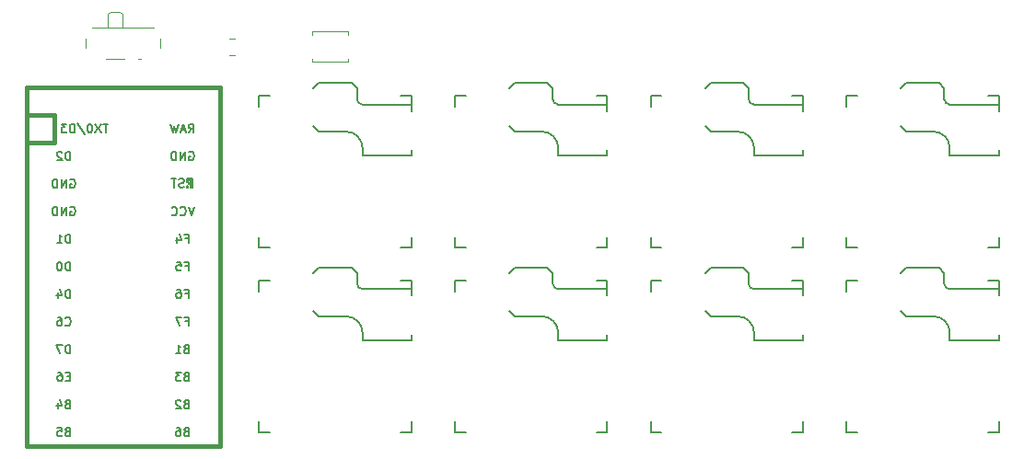
<source format=gbr>
%TF.GenerationSoftware,KiCad,Pcbnew,5.1.8*%
%TF.CreationDate,2021-02-04T11:55:25-06:00*%
%TF.ProjectId,small-paintbrush-hotswap,736d616c-6c2d-4706-9169-6e7462727573,rev?*%
%TF.SameCoordinates,Original*%
%TF.FileFunction,Legend,Bot*%
%TF.FilePolarity,Positive*%
%FSLAX46Y46*%
G04 Gerber Fmt 4.6, Leading zero omitted, Abs format (unit mm)*
G04 Created by KiCad (PCBNEW 5.1.8) date 2021-02-04 11:55:25*
%MOMM*%
%LPD*%
G01*
G04 APERTURE LIST*
%ADD10C,0.150000*%
%ADD11C,0.381000*%
%ADD12C,0.120000*%
G04 APERTURE END LIST*
D10*
%TO.C,KEY3*%
X135500000Y-32800000D02*
X135500000Y-33500000D01*
X135500000Y-33500000D02*
X140000000Y-33500000D01*
X134500000Y-26800000D02*
X135000000Y-27300000D01*
X135000000Y-28300000D02*
X135000000Y-27300000D01*
X140000000Y-28800000D02*
X135500000Y-28800000D01*
X131000000Y-30800000D02*
X131500000Y-31300000D01*
X140000000Y-29400000D02*
X140000000Y-28800000D01*
X131500000Y-31300000D02*
X134000000Y-31300000D01*
X131000000Y-27300000D02*
X131500000Y-26800000D01*
X131500000Y-26800000D02*
X134500000Y-26800000D01*
X140000000Y-33500000D02*
X140000000Y-33000000D01*
X126000000Y-28000000D02*
X127000000Y-28000000D01*
X126000000Y-29000000D02*
X126000000Y-28000000D01*
X140000000Y-28000000D02*
X140000000Y-29000000D01*
X139000000Y-28000000D02*
X140000000Y-28000000D01*
X140000000Y-41000000D02*
X140000000Y-42000000D01*
X140000000Y-42000000D02*
X139000000Y-42000000D01*
X126000000Y-42000000D02*
X126000000Y-41000000D01*
X127000000Y-42000000D02*
X126000000Y-42000000D01*
X134000000Y-31300000D02*
G75*
G02*
X135500000Y-32800000I0J-1500000D01*
G01*
X135500000Y-28800000D02*
G75*
G02*
X135000000Y-28300000I0J500000D01*
G01*
%TO.C,KEY8*%
X153500000Y-49800000D02*
X153500000Y-50500000D01*
X153500000Y-50500000D02*
X158000000Y-50500000D01*
X152500000Y-43800000D02*
X153000000Y-44300000D01*
X153000000Y-45300000D02*
X153000000Y-44300000D01*
X158000000Y-45800000D02*
X153500000Y-45800000D01*
X149000000Y-47800000D02*
X149500000Y-48300000D01*
X158000000Y-46400000D02*
X158000000Y-45800000D01*
X149500000Y-48300000D02*
X152000000Y-48300000D01*
X149000000Y-44300000D02*
X149500000Y-43800000D01*
X149500000Y-43800000D02*
X152500000Y-43800000D01*
X158000000Y-50500000D02*
X158000000Y-50000000D01*
X144000000Y-45000000D02*
X145000000Y-45000000D01*
X144000000Y-46000000D02*
X144000000Y-45000000D01*
X158000000Y-45000000D02*
X158000000Y-46000000D01*
X157000000Y-45000000D02*
X158000000Y-45000000D01*
X158000000Y-58000000D02*
X158000000Y-59000000D01*
X158000000Y-59000000D02*
X157000000Y-59000000D01*
X144000000Y-59000000D02*
X144000000Y-58000000D01*
X145000000Y-59000000D02*
X144000000Y-59000000D01*
X152000000Y-48300000D02*
G75*
G02*
X153500000Y-49800000I0J-1500000D01*
G01*
X153500000Y-45800000D02*
G75*
G02*
X153000000Y-45300000I0J500000D01*
G01*
%TO.C,KEY7*%
X135500000Y-49800000D02*
X135500000Y-50500000D01*
X135500000Y-50500000D02*
X140000000Y-50500000D01*
X134500000Y-43800000D02*
X135000000Y-44300000D01*
X135000000Y-45300000D02*
X135000000Y-44300000D01*
X140000000Y-45800000D02*
X135500000Y-45800000D01*
X131000000Y-47800000D02*
X131500000Y-48300000D01*
X140000000Y-46400000D02*
X140000000Y-45800000D01*
X131500000Y-48300000D02*
X134000000Y-48300000D01*
X131000000Y-44300000D02*
X131500000Y-43800000D01*
X131500000Y-43800000D02*
X134500000Y-43800000D01*
X140000000Y-50500000D02*
X140000000Y-50000000D01*
X126000000Y-45000000D02*
X127000000Y-45000000D01*
X126000000Y-46000000D02*
X126000000Y-45000000D01*
X140000000Y-45000000D02*
X140000000Y-46000000D01*
X139000000Y-45000000D02*
X140000000Y-45000000D01*
X140000000Y-58000000D02*
X140000000Y-59000000D01*
X140000000Y-59000000D02*
X139000000Y-59000000D01*
X126000000Y-59000000D02*
X126000000Y-58000000D01*
X127000000Y-59000000D02*
X126000000Y-59000000D01*
X134000000Y-48300000D02*
G75*
G02*
X135500000Y-49800000I0J-1500000D01*
G01*
X135500000Y-45800000D02*
G75*
G02*
X135000000Y-45300000I0J500000D01*
G01*
%TO.C,KEY6*%
X117500000Y-49800000D02*
X117500000Y-50500000D01*
X117500000Y-50500000D02*
X122000000Y-50500000D01*
X116500000Y-43800000D02*
X117000000Y-44300000D01*
X117000000Y-45300000D02*
X117000000Y-44300000D01*
X122000000Y-45800000D02*
X117500000Y-45800000D01*
X113000000Y-47800000D02*
X113500000Y-48300000D01*
X122000000Y-46400000D02*
X122000000Y-45800000D01*
X113500000Y-48300000D02*
X116000000Y-48300000D01*
X113000000Y-44300000D02*
X113500000Y-43800000D01*
X113500000Y-43800000D02*
X116500000Y-43800000D01*
X122000000Y-50500000D02*
X122000000Y-50000000D01*
X108000000Y-45000000D02*
X109000000Y-45000000D01*
X108000000Y-46000000D02*
X108000000Y-45000000D01*
X122000000Y-45000000D02*
X122000000Y-46000000D01*
X121000000Y-45000000D02*
X122000000Y-45000000D01*
X122000000Y-58000000D02*
X122000000Y-59000000D01*
X122000000Y-59000000D02*
X121000000Y-59000000D01*
X108000000Y-59000000D02*
X108000000Y-58000000D01*
X109000000Y-59000000D02*
X108000000Y-59000000D01*
X116000000Y-48300000D02*
G75*
G02*
X117500000Y-49800000I0J-1500000D01*
G01*
X117500000Y-45800000D02*
G75*
G02*
X117000000Y-45300000I0J500000D01*
G01*
%TO.C,KEY5*%
X99500000Y-49800000D02*
X99500000Y-50500000D01*
X99500000Y-50500000D02*
X104000000Y-50500000D01*
X98500000Y-43800000D02*
X99000000Y-44300000D01*
X99000000Y-45300000D02*
X99000000Y-44300000D01*
X104000000Y-45800000D02*
X99500000Y-45800000D01*
X95000000Y-47800000D02*
X95500000Y-48300000D01*
X104000000Y-46400000D02*
X104000000Y-45800000D01*
X95500000Y-48300000D02*
X98000000Y-48300000D01*
X95000000Y-44300000D02*
X95500000Y-43800000D01*
X95500000Y-43800000D02*
X98500000Y-43800000D01*
X104000000Y-50500000D02*
X104000000Y-50000000D01*
X90000000Y-45000000D02*
X91000000Y-45000000D01*
X90000000Y-46000000D02*
X90000000Y-45000000D01*
X104000000Y-45000000D02*
X104000000Y-46000000D01*
X103000000Y-45000000D02*
X104000000Y-45000000D01*
X104000000Y-58000000D02*
X104000000Y-59000000D01*
X104000000Y-59000000D02*
X103000000Y-59000000D01*
X90000000Y-59000000D02*
X90000000Y-58000000D01*
X91000000Y-59000000D02*
X90000000Y-59000000D01*
X98000000Y-48300000D02*
G75*
G02*
X99500000Y-49800000I0J-1500000D01*
G01*
X99500000Y-45800000D02*
G75*
G02*
X99000000Y-45300000I0J500000D01*
G01*
%TO.C,KEY4*%
X153500000Y-32800000D02*
X153500000Y-33500000D01*
X153500000Y-33500000D02*
X158000000Y-33500000D01*
X152500000Y-26800000D02*
X153000000Y-27300000D01*
X153000000Y-28300000D02*
X153000000Y-27300000D01*
X158000000Y-28800000D02*
X153500000Y-28800000D01*
X149000000Y-30800000D02*
X149500000Y-31300000D01*
X158000000Y-29400000D02*
X158000000Y-28800000D01*
X149500000Y-31300000D02*
X152000000Y-31300000D01*
X149000000Y-27300000D02*
X149500000Y-26800000D01*
X149500000Y-26800000D02*
X152500000Y-26800000D01*
X158000000Y-33500000D02*
X158000000Y-33000000D01*
X144000000Y-28000000D02*
X145000000Y-28000000D01*
X144000000Y-29000000D02*
X144000000Y-28000000D01*
X158000000Y-28000000D02*
X158000000Y-29000000D01*
X157000000Y-28000000D02*
X158000000Y-28000000D01*
X158000000Y-41000000D02*
X158000000Y-42000000D01*
X158000000Y-42000000D02*
X157000000Y-42000000D01*
X144000000Y-42000000D02*
X144000000Y-41000000D01*
X145000000Y-42000000D02*
X144000000Y-42000000D01*
X152000000Y-31300000D02*
G75*
G02*
X153500000Y-32800000I0J-1500000D01*
G01*
X153500000Y-28800000D02*
G75*
G02*
X153000000Y-28300000I0J500000D01*
G01*
%TO.C,KEY2*%
X117500000Y-32800000D02*
X117500000Y-33500000D01*
X117500000Y-33500000D02*
X122000000Y-33500000D01*
X116500000Y-26800000D02*
X117000000Y-27300000D01*
X117000000Y-28300000D02*
X117000000Y-27300000D01*
X122000000Y-28800000D02*
X117500000Y-28800000D01*
X113000000Y-30800000D02*
X113500000Y-31300000D01*
X122000000Y-29400000D02*
X122000000Y-28800000D01*
X113500000Y-31300000D02*
X116000000Y-31300000D01*
X113000000Y-27300000D02*
X113500000Y-26800000D01*
X113500000Y-26800000D02*
X116500000Y-26800000D01*
X122000000Y-33500000D02*
X122000000Y-33000000D01*
X108000000Y-28000000D02*
X109000000Y-28000000D01*
X108000000Y-29000000D02*
X108000000Y-28000000D01*
X122000000Y-28000000D02*
X122000000Y-29000000D01*
X121000000Y-28000000D02*
X122000000Y-28000000D01*
X122000000Y-41000000D02*
X122000000Y-42000000D01*
X122000000Y-42000000D02*
X121000000Y-42000000D01*
X108000000Y-42000000D02*
X108000000Y-41000000D01*
X109000000Y-42000000D02*
X108000000Y-42000000D01*
X116000000Y-31300000D02*
G75*
G02*
X117500000Y-32800000I0J-1500000D01*
G01*
X117500000Y-28800000D02*
G75*
G02*
X117000000Y-28300000I0J500000D01*
G01*
%TO.C,KEY1*%
X99500000Y-32800000D02*
X99500000Y-33500000D01*
X99500000Y-33500000D02*
X104000000Y-33500000D01*
X98500000Y-26800000D02*
X99000000Y-27300000D01*
X99000000Y-28300000D02*
X99000000Y-27300000D01*
X104000000Y-28800000D02*
X99500000Y-28800000D01*
X95000000Y-30800000D02*
X95500000Y-31300000D01*
X104000000Y-29400000D02*
X104000000Y-28800000D01*
X95500000Y-31300000D02*
X98000000Y-31300000D01*
X95000000Y-27300000D02*
X95500000Y-26800000D01*
X95500000Y-26800000D02*
X98500000Y-26800000D01*
X104000000Y-33500000D02*
X104000000Y-33000000D01*
X90000000Y-28000000D02*
X91000000Y-28000000D01*
X90000000Y-29000000D02*
X90000000Y-28000000D01*
X104000000Y-28000000D02*
X104000000Y-29000000D01*
X103000000Y-28000000D02*
X104000000Y-28000000D01*
X104000000Y-41000000D02*
X104000000Y-42000000D01*
X104000000Y-42000000D02*
X103000000Y-42000000D01*
X90000000Y-42000000D02*
X90000000Y-41000000D01*
X91000000Y-42000000D02*
X90000000Y-42000000D01*
X98000000Y-31300000D02*
G75*
G02*
X99500000Y-32800000I0J-1500000D01*
G01*
X99500000Y-28800000D02*
G75*
G02*
X99000000Y-28300000I0J500000D01*
G01*
D11*
%TO.C,U1*%
X71150000Y-32300000D02*
X68610000Y-32300000D01*
X71150000Y-29760000D02*
X71150000Y-32300000D01*
D10*
G36*
X83544635Y-36049030D02*
G01*
X83544635Y-36149030D01*
X83644635Y-36149030D01*
X83644635Y-36049030D01*
X83544635Y-36049030D01*
G37*
X83544635Y-36049030D02*
X83544635Y-36149030D01*
X83644635Y-36149030D01*
X83644635Y-36049030D01*
X83544635Y-36049030D01*
G36*
X83744635Y-35649030D02*
G01*
X83744635Y-36449030D01*
X83844635Y-36449030D01*
X83844635Y-35649030D01*
X83744635Y-35649030D01*
G37*
X83744635Y-35649030D02*
X83744635Y-36449030D01*
X83844635Y-36449030D01*
X83844635Y-35649030D01*
X83744635Y-35649030D01*
G36*
X83344635Y-36249030D02*
G01*
X83344635Y-36449030D01*
X83444635Y-36449030D01*
X83444635Y-36249030D01*
X83344635Y-36249030D01*
G37*
X83344635Y-36249030D02*
X83344635Y-36449030D01*
X83444635Y-36449030D01*
X83444635Y-36249030D01*
X83344635Y-36249030D01*
G36*
X83344635Y-35649030D02*
G01*
X83344635Y-35949030D01*
X83444635Y-35949030D01*
X83444635Y-35649030D01*
X83344635Y-35649030D01*
G37*
X83344635Y-35649030D02*
X83344635Y-35949030D01*
X83444635Y-35949030D01*
X83444635Y-35649030D01*
X83344635Y-35649030D01*
G36*
X83344635Y-35649030D02*
G01*
X83344635Y-35749030D01*
X83844635Y-35749030D01*
X83844635Y-35649030D01*
X83344635Y-35649030D01*
G37*
X83344635Y-35649030D02*
X83344635Y-35749030D01*
X83844635Y-35749030D01*
X83844635Y-35649030D01*
X83344635Y-35649030D01*
D11*
X86390000Y-60240000D02*
X86390000Y-27220000D01*
X68610000Y-60240000D02*
X86390000Y-60240000D01*
X68610000Y-27220000D02*
X68610000Y-60240000D01*
X86390000Y-27220000D02*
X68610000Y-27220000D01*
X71150000Y-29760000D02*
X68610000Y-29760000D01*
D12*
%TO.C,R3*%
X87727064Y-22765000D02*
X87272936Y-22765000D01*
X87727064Y-24235000D02*
X87272936Y-24235000D01*
%TO.C,PUSH1*%
X94850000Y-22400000D02*
X94850000Y-22100000D01*
X94850000Y-22100000D02*
X98150000Y-22100000D01*
X98150000Y-22100000D02*
X98150000Y-22400000D01*
X94850000Y-24600000D02*
X94850000Y-24900000D01*
X94850000Y-24900000D02*
X98150000Y-24900000D01*
X98150000Y-24900000D02*
X98150000Y-24600000D01*
%TO.C,SW1*%
X78900000Y-24620000D02*
X79100000Y-24620000D01*
X76100000Y-20480000D02*
X76300000Y-20270000D01*
X77400000Y-20480000D02*
X77200000Y-20270000D01*
X76100000Y-21770000D02*
X76100000Y-20480000D01*
X76300000Y-20270000D02*
X77200000Y-20270000D01*
X77400000Y-20480000D02*
X77400000Y-21770000D01*
X74650000Y-21770000D02*
X80350000Y-21770000D01*
X75900000Y-24620000D02*
X77600000Y-24620000D01*
X74050000Y-23570000D02*
X74050000Y-22780000D01*
X80950000Y-22780000D02*
X80950000Y-23570000D01*
%TO.C,U1*%
D10*
X83073333Y-36413809D02*
X82959047Y-36451904D01*
X82768571Y-36451904D01*
X82692380Y-36413809D01*
X82654285Y-36375714D01*
X82616190Y-36299523D01*
X82616190Y-36223333D01*
X82654285Y-36147142D01*
X82692380Y-36109047D01*
X82768571Y-36070952D01*
X82920952Y-36032857D01*
X82997142Y-35994761D01*
X83035238Y-35956666D01*
X83073333Y-35880476D01*
X83073333Y-35804285D01*
X83035238Y-35728095D01*
X82997142Y-35690000D01*
X82920952Y-35651904D01*
X82730476Y-35651904D01*
X82616190Y-35690000D01*
X82387619Y-35651904D02*
X81930476Y-35651904D01*
X82159047Y-36451904D02*
X82159047Y-35651904D01*
X76118604Y-30591904D02*
X75661461Y-30591904D01*
X75890032Y-31391904D02*
X75890032Y-30591904D01*
X75470985Y-30591904D02*
X74937651Y-31391904D01*
X74937651Y-30591904D02*
X75470985Y-31391904D01*
X74480508Y-30591904D02*
X74404318Y-30591904D01*
X74328128Y-30630000D01*
X74290032Y-30668095D01*
X74251937Y-30744285D01*
X74213842Y-30896666D01*
X74213842Y-31087142D01*
X74251937Y-31239523D01*
X74290032Y-31315714D01*
X74328128Y-31353809D01*
X74404318Y-31391904D01*
X74480508Y-31391904D01*
X74556699Y-31353809D01*
X74594794Y-31315714D01*
X74632889Y-31239523D01*
X74670985Y-31087142D01*
X74670985Y-30896666D01*
X74632889Y-30744285D01*
X74594794Y-30668095D01*
X74556699Y-30630000D01*
X74480508Y-30591904D01*
X73299556Y-30553809D02*
X73985270Y-31582380D01*
X73032889Y-31391904D02*
X73032889Y-30591904D01*
X72842413Y-30591904D01*
X72728128Y-30630000D01*
X72651937Y-30706190D01*
X72613842Y-30782380D01*
X72575747Y-30934761D01*
X72575747Y-31049047D01*
X72613842Y-31201428D01*
X72651937Y-31277619D01*
X72728128Y-31353809D01*
X72842413Y-31391904D01*
X73032889Y-31391904D01*
X72309080Y-30591904D02*
X71813842Y-30591904D01*
X72080508Y-30896666D01*
X71966223Y-30896666D01*
X71890032Y-30934761D01*
X71851937Y-30972857D01*
X71813842Y-31049047D01*
X71813842Y-31239523D01*
X71851937Y-31315714D01*
X71890032Y-31353809D01*
X71966223Y-31391904D01*
X72194794Y-31391904D01*
X72270985Y-31353809D01*
X72309080Y-31315714D01*
X83284809Y-56372857D02*
X83170523Y-56410952D01*
X83132428Y-56449047D01*
X83094333Y-56525238D01*
X83094333Y-56639523D01*
X83132428Y-56715714D01*
X83170523Y-56753809D01*
X83246714Y-56791904D01*
X83551476Y-56791904D01*
X83551476Y-55991904D01*
X83284809Y-55991904D01*
X83208619Y-56030000D01*
X83170523Y-56068095D01*
X83132428Y-56144285D01*
X83132428Y-56220476D01*
X83170523Y-56296666D01*
X83208619Y-56334761D01*
X83284809Y-56372857D01*
X83551476Y-56372857D01*
X82789571Y-56068095D02*
X82751476Y-56030000D01*
X82675285Y-55991904D01*
X82484809Y-55991904D01*
X82408619Y-56030000D01*
X82370523Y-56068095D01*
X82332428Y-56144285D01*
X82332428Y-56220476D01*
X82370523Y-56334761D01*
X82827666Y-56791904D01*
X82332428Y-56791904D01*
X83227666Y-48752857D02*
X83494333Y-48752857D01*
X83494333Y-49171904D02*
X83494333Y-48371904D01*
X83113380Y-48371904D01*
X82884809Y-48371904D02*
X82351476Y-48371904D01*
X82694333Y-49171904D01*
X83227666Y-46212857D02*
X83494333Y-46212857D01*
X83494333Y-46631904D02*
X83494333Y-45831904D01*
X83113380Y-45831904D01*
X82465761Y-45831904D02*
X82618142Y-45831904D01*
X82694333Y-45870000D01*
X82732428Y-45908095D01*
X82808619Y-46022380D01*
X82846714Y-46174761D01*
X82846714Y-46479523D01*
X82808619Y-46555714D01*
X82770523Y-46593809D01*
X82694333Y-46631904D01*
X82541952Y-46631904D01*
X82465761Y-46593809D01*
X82427666Y-46555714D01*
X82389571Y-46479523D01*
X82389571Y-46289047D01*
X82427666Y-46212857D01*
X82465761Y-46174761D01*
X82541952Y-46136666D01*
X82694333Y-46136666D01*
X82770523Y-46174761D01*
X82808619Y-46212857D01*
X82846714Y-46289047D01*
X83227666Y-43672857D02*
X83494333Y-43672857D01*
X83494333Y-44091904D02*
X83494333Y-43291904D01*
X83113380Y-43291904D01*
X82427666Y-43291904D02*
X82808619Y-43291904D01*
X82846714Y-43672857D01*
X82808619Y-43634761D01*
X82732428Y-43596666D01*
X82541952Y-43596666D01*
X82465761Y-43634761D01*
X82427666Y-43672857D01*
X82389571Y-43749047D01*
X82389571Y-43939523D01*
X82427666Y-44015714D01*
X82465761Y-44053809D01*
X82541952Y-44091904D01*
X82732428Y-44091904D01*
X82808619Y-44053809D01*
X82846714Y-44015714D01*
X83513380Y-31391904D02*
X83780047Y-31010952D01*
X83970523Y-31391904D02*
X83970523Y-30591904D01*
X83665761Y-30591904D01*
X83589571Y-30630000D01*
X83551476Y-30668095D01*
X83513380Y-30744285D01*
X83513380Y-30858571D01*
X83551476Y-30934761D01*
X83589571Y-30972857D01*
X83665761Y-31010952D01*
X83970523Y-31010952D01*
X83208619Y-31163333D02*
X82827666Y-31163333D01*
X83284809Y-31391904D02*
X83018142Y-30591904D01*
X82751476Y-31391904D01*
X82561000Y-30591904D02*
X82370523Y-31391904D01*
X82218142Y-30820476D01*
X82065761Y-31391904D01*
X81875285Y-30591904D01*
X83570523Y-33170000D02*
X83646714Y-33131904D01*
X83761000Y-33131904D01*
X83875285Y-33170000D01*
X83951476Y-33246190D01*
X83989571Y-33322380D01*
X84027666Y-33474761D01*
X84027666Y-33589047D01*
X83989571Y-33741428D01*
X83951476Y-33817619D01*
X83875285Y-33893809D01*
X83761000Y-33931904D01*
X83684809Y-33931904D01*
X83570523Y-33893809D01*
X83532428Y-33855714D01*
X83532428Y-33589047D01*
X83684809Y-33589047D01*
X83189571Y-33931904D02*
X83189571Y-33131904D01*
X82732428Y-33931904D01*
X82732428Y-33131904D01*
X82351476Y-33931904D02*
X82351476Y-33131904D01*
X82161000Y-33131904D01*
X82046714Y-33170000D01*
X81970523Y-33246190D01*
X81932428Y-33322380D01*
X81894333Y-33474761D01*
X81894333Y-33589047D01*
X81932428Y-33741428D01*
X81970523Y-33817619D01*
X82046714Y-33893809D01*
X82161000Y-33931904D01*
X82351476Y-33931904D01*
X84027666Y-38211904D02*
X83761000Y-39011904D01*
X83494333Y-38211904D01*
X82770523Y-38935714D02*
X82808619Y-38973809D01*
X82922904Y-39011904D01*
X82999095Y-39011904D01*
X83113380Y-38973809D01*
X83189571Y-38897619D01*
X83227666Y-38821428D01*
X83265761Y-38669047D01*
X83265761Y-38554761D01*
X83227666Y-38402380D01*
X83189571Y-38326190D01*
X83113380Y-38250000D01*
X82999095Y-38211904D01*
X82922904Y-38211904D01*
X82808619Y-38250000D01*
X82770523Y-38288095D01*
X81970523Y-38935714D02*
X82008619Y-38973809D01*
X82122904Y-39011904D01*
X82199095Y-39011904D01*
X82313380Y-38973809D01*
X82389571Y-38897619D01*
X82427666Y-38821428D01*
X82465761Y-38669047D01*
X82465761Y-38554761D01*
X82427666Y-38402380D01*
X82389571Y-38326190D01*
X82313380Y-38250000D01*
X82199095Y-38211904D01*
X82122904Y-38211904D01*
X82008619Y-38250000D01*
X81970523Y-38288095D01*
X83227666Y-41132857D02*
X83494333Y-41132857D01*
X83494333Y-41551904D02*
X83494333Y-40751904D01*
X83113380Y-40751904D01*
X82465761Y-41018571D02*
X82465761Y-41551904D01*
X82656238Y-40713809D02*
X82846714Y-41285238D01*
X82351476Y-41285238D01*
X83284809Y-51292857D02*
X83170523Y-51330952D01*
X83132428Y-51369047D01*
X83094333Y-51445238D01*
X83094333Y-51559523D01*
X83132428Y-51635714D01*
X83170523Y-51673809D01*
X83246714Y-51711904D01*
X83551476Y-51711904D01*
X83551476Y-50911904D01*
X83284809Y-50911904D01*
X83208619Y-50950000D01*
X83170523Y-50988095D01*
X83132428Y-51064285D01*
X83132428Y-51140476D01*
X83170523Y-51216666D01*
X83208619Y-51254761D01*
X83284809Y-51292857D01*
X83551476Y-51292857D01*
X82332428Y-51711904D02*
X82789571Y-51711904D01*
X82561000Y-51711904D02*
X82561000Y-50911904D01*
X82637190Y-51026190D01*
X82713380Y-51102380D01*
X82789571Y-51140476D01*
X83284809Y-53832857D02*
X83170523Y-53870952D01*
X83132428Y-53909047D01*
X83094333Y-53985238D01*
X83094333Y-54099523D01*
X83132428Y-54175714D01*
X83170523Y-54213809D01*
X83246714Y-54251904D01*
X83551476Y-54251904D01*
X83551476Y-53451904D01*
X83284809Y-53451904D01*
X83208619Y-53490000D01*
X83170523Y-53528095D01*
X83132428Y-53604285D01*
X83132428Y-53680476D01*
X83170523Y-53756666D01*
X83208619Y-53794761D01*
X83284809Y-53832857D01*
X83551476Y-53832857D01*
X82827666Y-53451904D02*
X82332428Y-53451904D01*
X82599095Y-53756666D01*
X82484809Y-53756666D01*
X82408619Y-53794761D01*
X82370523Y-53832857D01*
X82332428Y-53909047D01*
X82332428Y-54099523D01*
X82370523Y-54175714D01*
X82408619Y-54213809D01*
X82484809Y-54251904D01*
X82713380Y-54251904D01*
X82789571Y-54213809D01*
X82827666Y-54175714D01*
X83284809Y-58912857D02*
X83170523Y-58950952D01*
X83132428Y-58989047D01*
X83094333Y-59065238D01*
X83094333Y-59179523D01*
X83132428Y-59255714D01*
X83170523Y-59293809D01*
X83246714Y-59331904D01*
X83551476Y-59331904D01*
X83551476Y-58531904D01*
X83284809Y-58531904D01*
X83208619Y-58570000D01*
X83170523Y-58608095D01*
X83132428Y-58684285D01*
X83132428Y-58760476D01*
X83170523Y-58836666D01*
X83208619Y-58874761D01*
X83284809Y-58912857D01*
X83551476Y-58912857D01*
X82408619Y-58531904D02*
X82561000Y-58531904D01*
X82637190Y-58570000D01*
X82675285Y-58608095D01*
X82751476Y-58722380D01*
X82789571Y-58874761D01*
X82789571Y-59179523D01*
X82751476Y-59255714D01*
X82713380Y-59293809D01*
X82637190Y-59331904D01*
X82484809Y-59331904D01*
X82408619Y-59293809D01*
X82370523Y-59255714D01*
X82332428Y-59179523D01*
X82332428Y-58989047D01*
X82370523Y-58912857D01*
X82408619Y-58874761D01*
X82484809Y-58836666D01*
X82637190Y-58836666D01*
X82713380Y-58874761D01*
X82751476Y-58912857D01*
X82789571Y-58989047D01*
X72362809Y-58912857D02*
X72248523Y-58950952D01*
X72210428Y-58989047D01*
X72172333Y-59065238D01*
X72172333Y-59179523D01*
X72210428Y-59255714D01*
X72248523Y-59293809D01*
X72324714Y-59331904D01*
X72629476Y-59331904D01*
X72629476Y-58531904D01*
X72362809Y-58531904D01*
X72286619Y-58570000D01*
X72248523Y-58608095D01*
X72210428Y-58684285D01*
X72210428Y-58760476D01*
X72248523Y-58836666D01*
X72286619Y-58874761D01*
X72362809Y-58912857D01*
X72629476Y-58912857D01*
X71448523Y-58531904D02*
X71829476Y-58531904D01*
X71867571Y-58912857D01*
X71829476Y-58874761D01*
X71753285Y-58836666D01*
X71562809Y-58836666D01*
X71486619Y-58874761D01*
X71448523Y-58912857D01*
X71410428Y-58989047D01*
X71410428Y-59179523D01*
X71448523Y-59255714D01*
X71486619Y-59293809D01*
X71562809Y-59331904D01*
X71753285Y-59331904D01*
X71829476Y-59293809D01*
X71867571Y-59255714D01*
X72362809Y-56372857D02*
X72248523Y-56410952D01*
X72210428Y-56449047D01*
X72172333Y-56525238D01*
X72172333Y-56639523D01*
X72210428Y-56715714D01*
X72248523Y-56753809D01*
X72324714Y-56791904D01*
X72629476Y-56791904D01*
X72629476Y-55991904D01*
X72362809Y-55991904D01*
X72286619Y-56030000D01*
X72248523Y-56068095D01*
X72210428Y-56144285D01*
X72210428Y-56220476D01*
X72248523Y-56296666D01*
X72286619Y-56334761D01*
X72362809Y-56372857D01*
X72629476Y-56372857D01*
X71486619Y-56258571D02*
X71486619Y-56791904D01*
X71677095Y-55953809D02*
X71867571Y-56525238D01*
X71372333Y-56525238D01*
X72591380Y-53832857D02*
X72324714Y-53832857D01*
X72210428Y-54251904D02*
X72591380Y-54251904D01*
X72591380Y-53451904D01*
X72210428Y-53451904D01*
X71524714Y-53451904D02*
X71677095Y-53451904D01*
X71753285Y-53490000D01*
X71791380Y-53528095D01*
X71867571Y-53642380D01*
X71905666Y-53794761D01*
X71905666Y-54099523D01*
X71867571Y-54175714D01*
X71829476Y-54213809D01*
X71753285Y-54251904D01*
X71600904Y-54251904D01*
X71524714Y-54213809D01*
X71486619Y-54175714D01*
X71448523Y-54099523D01*
X71448523Y-53909047D01*
X71486619Y-53832857D01*
X71524714Y-53794761D01*
X71600904Y-53756666D01*
X71753285Y-53756666D01*
X71829476Y-53794761D01*
X71867571Y-53832857D01*
X71905666Y-53909047D01*
X72629476Y-51711904D02*
X72629476Y-50911904D01*
X72439000Y-50911904D01*
X72324714Y-50950000D01*
X72248523Y-51026190D01*
X72210428Y-51102380D01*
X72172333Y-51254761D01*
X72172333Y-51369047D01*
X72210428Y-51521428D01*
X72248523Y-51597619D01*
X72324714Y-51673809D01*
X72439000Y-51711904D01*
X72629476Y-51711904D01*
X71905666Y-50911904D02*
X71372333Y-50911904D01*
X71715190Y-51711904D01*
X72172333Y-49095714D02*
X72210428Y-49133809D01*
X72324714Y-49171904D01*
X72400904Y-49171904D01*
X72515190Y-49133809D01*
X72591380Y-49057619D01*
X72629476Y-48981428D01*
X72667571Y-48829047D01*
X72667571Y-48714761D01*
X72629476Y-48562380D01*
X72591380Y-48486190D01*
X72515190Y-48410000D01*
X72400904Y-48371904D01*
X72324714Y-48371904D01*
X72210428Y-48410000D01*
X72172333Y-48448095D01*
X71486619Y-48371904D02*
X71639000Y-48371904D01*
X71715190Y-48410000D01*
X71753285Y-48448095D01*
X71829476Y-48562380D01*
X71867571Y-48714761D01*
X71867571Y-49019523D01*
X71829476Y-49095714D01*
X71791380Y-49133809D01*
X71715190Y-49171904D01*
X71562809Y-49171904D01*
X71486619Y-49133809D01*
X71448523Y-49095714D01*
X71410428Y-49019523D01*
X71410428Y-48829047D01*
X71448523Y-48752857D01*
X71486619Y-48714761D01*
X71562809Y-48676666D01*
X71715190Y-48676666D01*
X71791380Y-48714761D01*
X71829476Y-48752857D01*
X71867571Y-48829047D01*
X72629476Y-46631904D02*
X72629476Y-45831904D01*
X72439000Y-45831904D01*
X72324714Y-45870000D01*
X72248523Y-45946190D01*
X72210428Y-46022380D01*
X72172333Y-46174761D01*
X72172333Y-46289047D01*
X72210428Y-46441428D01*
X72248523Y-46517619D01*
X72324714Y-46593809D01*
X72439000Y-46631904D01*
X72629476Y-46631904D01*
X71486619Y-46098571D02*
X71486619Y-46631904D01*
X71677095Y-45793809D02*
X71867571Y-46365238D01*
X71372333Y-46365238D01*
X72648523Y-35710000D02*
X72724714Y-35671904D01*
X72839000Y-35671904D01*
X72953285Y-35710000D01*
X73029476Y-35786190D01*
X73067571Y-35862380D01*
X73105666Y-36014761D01*
X73105666Y-36129047D01*
X73067571Y-36281428D01*
X73029476Y-36357619D01*
X72953285Y-36433809D01*
X72839000Y-36471904D01*
X72762809Y-36471904D01*
X72648523Y-36433809D01*
X72610428Y-36395714D01*
X72610428Y-36129047D01*
X72762809Y-36129047D01*
X72267571Y-36471904D02*
X72267571Y-35671904D01*
X71810428Y-36471904D01*
X71810428Y-35671904D01*
X71429476Y-36471904D02*
X71429476Y-35671904D01*
X71239000Y-35671904D01*
X71124714Y-35710000D01*
X71048523Y-35786190D01*
X71010428Y-35862380D01*
X70972333Y-36014761D01*
X70972333Y-36129047D01*
X71010428Y-36281428D01*
X71048523Y-36357619D01*
X71124714Y-36433809D01*
X71239000Y-36471904D01*
X71429476Y-36471904D01*
X72648523Y-38250000D02*
X72724714Y-38211904D01*
X72839000Y-38211904D01*
X72953285Y-38250000D01*
X73029476Y-38326190D01*
X73067571Y-38402380D01*
X73105666Y-38554761D01*
X73105666Y-38669047D01*
X73067571Y-38821428D01*
X73029476Y-38897619D01*
X72953285Y-38973809D01*
X72839000Y-39011904D01*
X72762809Y-39011904D01*
X72648523Y-38973809D01*
X72610428Y-38935714D01*
X72610428Y-38669047D01*
X72762809Y-38669047D01*
X72267571Y-39011904D02*
X72267571Y-38211904D01*
X71810428Y-39011904D01*
X71810428Y-38211904D01*
X71429476Y-39011904D02*
X71429476Y-38211904D01*
X71239000Y-38211904D01*
X71124714Y-38250000D01*
X71048523Y-38326190D01*
X71010428Y-38402380D01*
X70972333Y-38554761D01*
X70972333Y-38669047D01*
X71010428Y-38821428D01*
X71048523Y-38897619D01*
X71124714Y-38973809D01*
X71239000Y-39011904D01*
X71429476Y-39011904D01*
X72629476Y-41551904D02*
X72629476Y-40751904D01*
X72439000Y-40751904D01*
X72324714Y-40790000D01*
X72248523Y-40866190D01*
X72210428Y-40942380D01*
X72172333Y-41094761D01*
X72172333Y-41209047D01*
X72210428Y-41361428D01*
X72248523Y-41437619D01*
X72324714Y-41513809D01*
X72439000Y-41551904D01*
X72629476Y-41551904D01*
X71410428Y-41551904D02*
X71867571Y-41551904D01*
X71639000Y-41551904D02*
X71639000Y-40751904D01*
X71715190Y-40866190D01*
X71791380Y-40942380D01*
X71867571Y-40980476D01*
X72629476Y-44091904D02*
X72629476Y-43291904D01*
X72439000Y-43291904D01*
X72324714Y-43330000D01*
X72248523Y-43406190D01*
X72210428Y-43482380D01*
X72172333Y-43634761D01*
X72172333Y-43749047D01*
X72210428Y-43901428D01*
X72248523Y-43977619D01*
X72324714Y-44053809D01*
X72439000Y-44091904D01*
X72629476Y-44091904D01*
X71677095Y-43291904D02*
X71600904Y-43291904D01*
X71524714Y-43330000D01*
X71486619Y-43368095D01*
X71448523Y-43444285D01*
X71410428Y-43596666D01*
X71410428Y-43787142D01*
X71448523Y-43939523D01*
X71486619Y-44015714D01*
X71524714Y-44053809D01*
X71600904Y-44091904D01*
X71677095Y-44091904D01*
X71753285Y-44053809D01*
X71791380Y-44015714D01*
X71829476Y-43939523D01*
X71867571Y-43787142D01*
X71867571Y-43596666D01*
X71829476Y-43444285D01*
X71791380Y-43368095D01*
X71753285Y-43330000D01*
X71677095Y-43291904D01*
X72629476Y-33931904D02*
X72629476Y-33131904D01*
X72439000Y-33131904D01*
X72324714Y-33170000D01*
X72248523Y-33246190D01*
X72210428Y-33322380D01*
X72172333Y-33474761D01*
X72172333Y-33589047D01*
X72210428Y-33741428D01*
X72248523Y-33817619D01*
X72324714Y-33893809D01*
X72439000Y-33931904D01*
X72629476Y-33931904D01*
X71867571Y-33208095D02*
X71829476Y-33170000D01*
X71753285Y-33131904D01*
X71562809Y-33131904D01*
X71486619Y-33170000D01*
X71448523Y-33208095D01*
X71410428Y-33284285D01*
X71410428Y-33360476D01*
X71448523Y-33474761D01*
X71905666Y-33931904D01*
X71410428Y-33931904D01*
%TD*%
M02*

</source>
